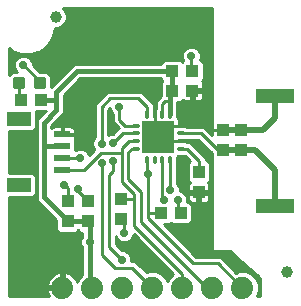
<source format=gtl>
G75*
%MOIN*%
%OFA0B0*%
%FSLAX25Y25*%
%IPPOS*%
%LPD*%
%AMOC8*
5,1,8,0,0,1.08239X$1,22.5*
%
%ADD10R,0.07874X0.04724*%
%ADD11R,0.05315X0.02362*%
%ADD12R,0.04331X0.03937*%
%ADD13R,0.03937X0.04331*%
%ADD14C,0.01181*%
%ADD15C,0.07400*%
%ADD16C,0.03937*%
%ADD17R,0.12600X0.05118*%
%ADD18C,0.01378*%
%ADD19R,0.10630X0.10630*%
%ADD20C,0.01000*%
%ADD21C,0.02000*%
%ADD22C,0.02900*%
%ADD23C,0.01500*%
D10*
X0118865Y0118976D03*
X0118865Y0141024D03*
D11*
X0133333Y0135906D03*
X0133333Y0131969D03*
X0133333Y0128031D03*
X0133333Y0124094D03*
D12*
X0166087Y0109700D03*
X0172780Y0109700D03*
X0126180Y0147500D03*
X0119487Y0147500D03*
X0169987Y0150500D03*
X0176680Y0150500D03*
X0176680Y0157000D03*
X0169987Y0157000D03*
D13*
X0186733Y0137346D03*
X0192733Y0137346D03*
X0192733Y0130654D03*
X0186733Y0130654D03*
X0178833Y0123346D03*
X0178833Y0116654D03*
X0152933Y0114246D03*
X0152933Y0107554D03*
X0141933Y0107054D03*
X0135033Y0107054D03*
X0135033Y0113746D03*
X0141933Y0113746D03*
D14*
X0124408Y0151622D02*
X0124408Y0154378D01*
X0127164Y0154378D01*
X0127164Y0151622D01*
X0124408Y0151622D01*
X0124408Y0152744D02*
X0127164Y0152744D01*
X0127164Y0153866D02*
X0124408Y0153866D01*
X0117503Y0154378D02*
X0117503Y0151622D01*
X0117503Y0154378D02*
X0120259Y0154378D01*
X0120259Y0151622D01*
X0117503Y0151622D01*
X0117503Y0152744D02*
X0120259Y0152744D01*
X0120259Y0153866D02*
X0117503Y0153866D01*
D15*
X0133333Y0084840D03*
X0143333Y0084840D03*
X0153333Y0084840D03*
X0163333Y0084840D03*
X0173333Y0084840D03*
X0183333Y0084840D03*
X0193333Y0084840D03*
D16*
X0208333Y0090000D03*
X0131233Y0175100D03*
D17*
X0204333Y0148807D03*
X0204333Y0112193D03*
D18*
X0173576Y0131187D02*
X0172198Y0131187D01*
X0172198Y0133746D02*
X0173576Y0133746D01*
X0173576Y0136306D02*
X0172198Y0136306D01*
X0172198Y0138865D02*
X0173576Y0138865D01*
X0169198Y0141857D02*
X0169198Y0143235D01*
X0166639Y0143235D02*
X0166639Y0141857D01*
X0164080Y0141857D02*
X0164080Y0143235D01*
X0161521Y0143235D02*
X0161521Y0141857D01*
X0158509Y0138865D02*
X0157131Y0138865D01*
X0157131Y0136306D02*
X0158509Y0136306D01*
X0158509Y0133746D02*
X0157131Y0133746D01*
X0157131Y0131187D02*
X0158509Y0131187D01*
X0161521Y0128180D02*
X0161521Y0126802D01*
X0164080Y0126802D02*
X0164080Y0128180D01*
X0166639Y0128180D02*
X0166639Y0126802D01*
X0169198Y0126802D02*
X0169198Y0128180D01*
D19*
X0165359Y0135026D03*
D20*
X0115433Y0114914D02*
X0115433Y0082100D01*
X0128897Y0082100D01*
X0128886Y0082115D01*
X0128514Y0082844D01*
X0128261Y0083622D01*
X0128148Y0084340D01*
X0132833Y0084340D01*
X0132833Y0085340D01*
X0128148Y0085340D01*
X0128261Y0086058D01*
X0128514Y0086836D01*
X0128886Y0087565D01*
X0129367Y0088228D01*
X0129946Y0088806D01*
X0130608Y0089287D01*
X0131337Y0089659D01*
X0132116Y0089912D01*
X0132833Y0090026D01*
X0132833Y0085340D01*
X0133833Y0085340D01*
X0133833Y0090026D01*
X0134551Y0089912D01*
X0135329Y0089659D01*
X0136059Y0089287D01*
X0136721Y0088806D01*
X0137300Y0088228D01*
X0137781Y0087565D01*
X0138152Y0086836D01*
X0138224Y0086616D01*
X0138755Y0087899D01*
X0139983Y0089127D01*
X0139983Y0097995D01*
X0139763Y0098216D01*
X0139283Y0099373D01*
X0139283Y0100627D01*
X0139763Y0101784D01*
X0139983Y0102005D01*
X0139983Y0103188D01*
X0139261Y0103188D01*
X0138483Y0103966D01*
X0137706Y0103188D01*
X0132361Y0103188D01*
X0131365Y0104184D01*
X0131365Y0107257D01*
X0125792Y0112830D01*
X0125103Y0113519D01*
X0124730Y0114420D01*
X0124730Y0131513D01*
X0124730Y0139359D01*
X0124730Y0140334D01*
X0125103Y0141234D01*
X0127700Y0143831D01*
X0124502Y0143831D01*
X0124502Y0137957D01*
X0123506Y0136961D01*
X0115433Y0136961D01*
X0115433Y0123039D01*
X0123506Y0123039D01*
X0124502Y0122043D01*
X0124502Y0115910D01*
X0123506Y0114914D01*
X0115433Y0114914D01*
X0115433Y0113949D02*
X0124925Y0113949D01*
X0124730Y0114948D02*
X0123540Y0114948D01*
X0124502Y0115946D02*
X0124730Y0115946D01*
X0124730Y0116945D02*
X0124502Y0116945D01*
X0124502Y0117943D02*
X0124730Y0117943D01*
X0124730Y0118942D02*
X0124502Y0118942D01*
X0124502Y0119940D02*
X0124730Y0119940D01*
X0124730Y0120939D02*
X0124502Y0120939D01*
X0124502Y0121937D02*
X0124730Y0121937D01*
X0124730Y0122936D02*
X0123609Y0122936D01*
X0124730Y0123934D02*
X0115433Y0123934D01*
X0115433Y0124933D02*
X0124730Y0124933D01*
X0124730Y0125932D02*
X0115433Y0125932D01*
X0115433Y0126930D02*
X0124730Y0126930D01*
X0124730Y0127929D02*
X0115433Y0127929D01*
X0115433Y0128927D02*
X0124730Y0128927D01*
X0124730Y0129926D02*
X0115433Y0129926D01*
X0115433Y0130924D02*
X0124730Y0130924D01*
X0124730Y0131923D02*
X0115433Y0131923D01*
X0115433Y0132921D02*
X0124730Y0132921D01*
X0124730Y0133920D02*
X0115433Y0133920D01*
X0115433Y0134918D02*
X0124730Y0134918D01*
X0124730Y0135917D02*
X0115433Y0135917D01*
X0115433Y0136915D02*
X0124730Y0136915D01*
X0124730Y0137914D02*
X0124458Y0137914D01*
X0124502Y0138912D02*
X0124730Y0138912D01*
X0124730Y0139911D02*
X0124502Y0139911D01*
X0124502Y0140909D02*
X0124968Y0140909D01*
X0124502Y0141908D02*
X0125776Y0141908D01*
X0126775Y0142906D02*
X0124502Y0142906D01*
X0129630Y0138832D02*
X0133410Y0142612D01*
X0133783Y0143513D01*
X0133783Y0149039D01*
X0139295Y0154550D01*
X0166122Y0154550D01*
X0166122Y0154327D01*
X0166699Y0153750D01*
X0166122Y0153173D01*
X0166122Y0148594D01*
X0165439Y0147911D01*
X0164439Y0146911D01*
X0164439Y0144413D01*
X0164250Y0144224D01*
X0164250Y0141841D01*
X0163910Y0141841D01*
X0163910Y0144224D01*
X0163721Y0144413D01*
X0163721Y0145911D01*
X0160721Y0148911D01*
X0159432Y0150200D01*
X0148422Y0150200D01*
X0147133Y0148911D01*
X0144233Y0146011D01*
X0144233Y0135055D01*
X0143763Y0134584D01*
X0143283Y0133427D01*
X0143283Y0132173D01*
X0143763Y0131016D01*
X0144000Y0130778D01*
X0142297Y0129075D01*
X0142004Y0129784D01*
X0141118Y0130670D01*
X0139960Y0131150D01*
X0138707Y0131150D01*
X0137691Y0130729D01*
X0137691Y0133854D01*
X0137391Y0134154D01*
X0137491Y0134527D01*
X0137491Y0135815D01*
X0133424Y0135815D01*
X0133424Y0135996D01*
X0137491Y0135996D01*
X0137491Y0137284D01*
X0137389Y0137666D01*
X0137191Y0138008D01*
X0136912Y0138287D01*
X0136570Y0138484D01*
X0136188Y0138587D01*
X0133424Y0138587D01*
X0133424Y0135996D01*
X0133243Y0135996D01*
X0133243Y0138587D01*
X0130478Y0138587D01*
X0130097Y0138484D01*
X0129755Y0138287D01*
X0129630Y0138162D01*
X0129630Y0138832D01*
X0129710Y0138912D02*
X0144233Y0138912D01*
X0144233Y0137914D02*
X0137245Y0137914D01*
X0137491Y0136915D02*
X0144233Y0136915D01*
X0144233Y0135917D02*
X0133424Y0135917D01*
X0133424Y0136915D02*
X0133243Y0136915D01*
X0133243Y0137914D02*
X0133424Y0137914D01*
X0130709Y0139911D02*
X0144233Y0139911D01*
X0144233Y0140909D02*
X0131707Y0140909D01*
X0132706Y0141908D02*
X0144233Y0141908D01*
X0144233Y0142906D02*
X0133532Y0142906D01*
X0133783Y0143905D02*
X0144233Y0143905D01*
X0144233Y0144903D02*
X0133783Y0144903D01*
X0133783Y0145902D02*
X0144233Y0145902D01*
X0145122Y0146900D02*
X0133783Y0146900D01*
X0133783Y0147899D02*
X0146121Y0147899D01*
X0147119Y0148897D02*
X0133783Y0148897D01*
X0134640Y0149896D02*
X0148118Y0149896D01*
X0149333Y0148000D02*
X0158521Y0148000D01*
X0161521Y0145000D01*
X0161521Y0142546D01*
X0163910Y0142906D02*
X0164250Y0142906D01*
X0164080Y0142546D02*
X0164080Y0136306D01*
X0165359Y0135026D01*
X0169333Y0133746D02*
X0172887Y0133746D01*
X0172174Y0133576D02*
X0172174Y0133917D01*
X0174565Y0133917D01*
X0174754Y0134106D01*
X0178617Y0134106D01*
X0183065Y0129657D01*
X0183065Y0127784D01*
X0183333Y0127516D01*
X0183333Y0097000D01*
X0189333Y0097000D01*
X0190333Y0096000D01*
X0199333Y0088200D01*
X0199333Y0082100D01*
X0198043Y0082100D01*
X0198733Y0083766D01*
X0198733Y0085914D01*
X0197911Y0087899D01*
X0196392Y0089418D01*
X0194407Y0090240D01*
X0192259Y0090240D01*
X0191330Y0089855D01*
X0187273Y0093911D01*
X0185985Y0095200D01*
X0177932Y0095200D01*
X0167100Y0106031D01*
X0168956Y0106031D01*
X0169433Y0106508D01*
X0169910Y0106031D01*
X0175649Y0106031D01*
X0176645Y0107027D01*
X0176645Y0112373D01*
X0175649Y0113368D01*
X0174928Y0113368D01*
X0174930Y0113373D01*
X0174930Y0114627D01*
X0174450Y0115784D01*
X0173564Y0116670D01*
X0172483Y0117118D01*
X0172483Y0118027D01*
X0172004Y0119184D01*
X0171398Y0119790D01*
X0171398Y0125623D01*
X0171587Y0125812D01*
X0171587Y0128506D01*
X0171595Y0128511D01*
X0171875Y0128790D01*
X0171879Y0128798D01*
X0174165Y0128798D01*
X0175956Y0127007D01*
X0175165Y0126216D01*
X0175165Y0120477D01*
X0175783Y0119859D01*
X0175665Y0119740D01*
X0175467Y0119398D01*
X0175365Y0119016D01*
X0175365Y0117138D01*
X0178349Y0117138D01*
X0178349Y0116169D01*
X0179318Y0116169D01*
X0179318Y0117138D01*
X0182302Y0117138D01*
X0182302Y0119016D01*
X0182200Y0119398D01*
X0182002Y0119740D01*
X0181883Y0119859D01*
X0182502Y0120477D01*
X0182502Y0126216D01*
X0181506Y0127212D01*
X0181087Y0127212D01*
X0181087Y0128099D01*
X0179798Y0129387D01*
X0177087Y0132099D01*
X0175798Y0133387D01*
X0174754Y0133387D01*
X0174565Y0133576D01*
X0172174Y0133576D01*
X0174568Y0133920D02*
X0178802Y0133920D01*
X0179801Y0132921D02*
X0176264Y0132921D01*
X0177263Y0131923D02*
X0180799Y0131923D01*
X0181798Y0130924D02*
X0178261Y0130924D01*
X0179260Y0129926D02*
X0182796Y0129926D01*
X0183065Y0128927D02*
X0180258Y0128927D01*
X0181087Y0127929D02*
X0183065Y0127929D01*
X0183333Y0126930D02*
X0181788Y0126930D01*
X0182502Y0125932D02*
X0183333Y0125932D01*
X0183333Y0124933D02*
X0182502Y0124933D01*
X0182502Y0123934D02*
X0183333Y0123934D01*
X0183333Y0122936D02*
X0182502Y0122936D01*
X0182502Y0121937D02*
X0183333Y0121937D01*
X0183333Y0120939D02*
X0182502Y0120939D01*
X0181965Y0119940D02*
X0183333Y0119940D01*
X0183333Y0118942D02*
X0182302Y0118942D01*
X0182302Y0117943D02*
X0183333Y0117943D01*
X0183333Y0116945D02*
X0179318Y0116945D01*
X0179318Y0116169D02*
X0182302Y0116169D01*
X0182302Y0114291D01*
X0182200Y0113909D01*
X0182002Y0113567D01*
X0181723Y0113288D01*
X0181381Y0113090D01*
X0180999Y0112988D01*
X0179318Y0112988D01*
X0179318Y0116169D01*
X0179318Y0115946D02*
X0178349Y0115946D01*
X0178349Y0116169D02*
X0178349Y0112988D01*
X0176667Y0112988D01*
X0176286Y0113090D01*
X0175944Y0113288D01*
X0175665Y0113567D01*
X0175467Y0113909D01*
X0175365Y0114291D01*
X0175365Y0116169D01*
X0178349Y0116169D01*
X0178349Y0116945D02*
X0172901Y0116945D01*
X0172483Y0117943D02*
X0175365Y0117943D01*
X0175365Y0118942D02*
X0172104Y0118942D01*
X0171398Y0119940D02*
X0175701Y0119940D01*
X0175165Y0120939D02*
X0171398Y0120939D01*
X0171398Y0121937D02*
X0175165Y0121937D01*
X0175165Y0122936D02*
X0171398Y0122936D01*
X0171398Y0123934D02*
X0175165Y0123934D01*
X0175165Y0124933D02*
X0171398Y0124933D01*
X0171587Y0125932D02*
X0175165Y0125932D01*
X0175879Y0126930D02*
X0171587Y0126930D01*
X0171587Y0127929D02*
X0175034Y0127929D01*
X0174887Y0131187D02*
X0178887Y0127187D01*
X0178887Y0123400D01*
X0178833Y0123346D01*
X0185180Y0130654D02*
X0179528Y0136306D01*
X0172887Y0136306D01*
X0172174Y0138694D02*
X0172174Y0140538D01*
X0172072Y0140920D01*
X0171875Y0141262D01*
X0171595Y0141541D01*
X0171587Y0141546D01*
X0171587Y0141911D01*
X0171648Y0142058D01*
X0171648Y0146831D01*
X0172856Y0146831D01*
X0173475Y0147450D01*
X0173593Y0147331D01*
X0173935Y0147134D01*
X0174317Y0147031D01*
X0176196Y0147031D01*
X0176196Y0150016D01*
X0177164Y0150016D01*
X0177164Y0150984D01*
X0180345Y0150984D01*
X0180345Y0152666D01*
X0180243Y0153047D01*
X0180045Y0153390D01*
X0179826Y0153609D01*
X0180545Y0154327D01*
X0180545Y0159673D01*
X0179549Y0160668D01*
X0179191Y0160668D01*
X0179483Y0161373D01*
X0179483Y0162627D01*
X0179004Y0163784D01*
X0178118Y0164670D01*
X0176960Y0165150D01*
X0175707Y0165150D01*
X0174549Y0164670D01*
X0173663Y0163784D01*
X0173183Y0162627D01*
X0173183Y0161373D01*
X0173573Y0160432D01*
X0173333Y0160192D01*
X0172856Y0160668D01*
X0167117Y0160668D01*
X0166122Y0159673D01*
X0166122Y0159450D01*
X0137792Y0159450D01*
X0136892Y0159077D01*
X0136203Y0158388D01*
X0136203Y0158388D01*
X0129946Y0152131D01*
X0129455Y0151640D01*
X0129455Y0155327D01*
X0128113Y0156668D01*
X0125776Y0156668D01*
X0123483Y0158961D01*
X0123483Y0159627D01*
X0123004Y0160784D01*
X0122118Y0161670D01*
X0120960Y0162150D01*
X0119707Y0162150D01*
X0118549Y0161670D01*
X0117663Y0160784D01*
X0117183Y0159627D01*
X0117183Y0158373D01*
X0117663Y0157216D01*
X0118210Y0156668D01*
X0116554Y0156668D01*
X0115433Y0155548D01*
X0115433Y0164680D01*
X0116561Y0163734D01*
X0119676Y0162600D01*
X0122991Y0162600D01*
X0126106Y0163734D01*
X0128645Y0165865D01*
X0130303Y0168735D01*
X0130303Y0168735D01*
X0130778Y0171431D01*
X0131963Y0171431D01*
X0133311Y0171990D01*
X0134343Y0173022D01*
X0134902Y0174370D01*
X0134902Y0175830D01*
X0134343Y0177178D01*
X0133621Y0177900D01*
X0183333Y0177900D01*
X0183333Y0139965D01*
X0183265Y0139709D01*
X0183265Y0137831D01*
X0183333Y0137831D01*
X0183333Y0136862D01*
X0183265Y0136862D01*
X0183265Y0135680D01*
X0180439Y0138505D01*
X0178617Y0138505D01*
X0174754Y0138505D01*
X0174565Y0138694D01*
X0172174Y0138694D01*
X0172174Y0138912D02*
X0183265Y0138912D01*
X0183265Y0137914D02*
X0181031Y0137914D01*
X0180469Y0138865D02*
X0181987Y0137346D01*
X0186733Y0137346D01*
X0183333Y0136915D02*
X0182029Y0136915D01*
X0183028Y0135917D02*
X0183265Y0135917D01*
X0180469Y0138865D02*
X0172887Y0138865D01*
X0169333Y0138865D01*
X0172174Y0139911D02*
X0183319Y0139911D01*
X0183333Y0140909D02*
X0172075Y0140909D01*
X0171587Y0141908D02*
X0183333Y0141908D01*
X0183333Y0142906D02*
X0171648Y0142906D01*
X0171648Y0143905D02*
X0183333Y0143905D01*
X0183333Y0144903D02*
X0171648Y0144903D01*
X0171648Y0145902D02*
X0183333Y0145902D01*
X0183333Y0146900D02*
X0172925Y0146900D01*
X0176196Y0147899D02*
X0177164Y0147899D01*
X0177164Y0147031D02*
X0179043Y0147031D01*
X0179424Y0147134D01*
X0179766Y0147331D01*
X0180045Y0147610D01*
X0180243Y0147953D01*
X0180345Y0148334D01*
X0180345Y0150016D01*
X0177164Y0150016D01*
X0177164Y0147031D01*
X0177164Y0148897D02*
X0176196Y0148897D01*
X0176196Y0149896D02*
X0177164Y0149896D01*
X0177164Y0150894D02*
X0183333Y0150894D01*
X0183333Y0149896D02*
X0180345Y0149896D01*
X0180345Y0148897D02*
X0183333Y0148897D01*
X0183333Y0147899D02*
X0180212Y0147899D01*
X0180345Y0151893D02*
X0183333Y0151893D01*
X0183333Y0152891D02*
X0180285Y0152891D01*
X0180108Y0153890D02*
X0183333Y0153890D01*
X0183333Y0154888D02*
X0180545Y0154888D01*
X0180545Y0155887D02*
X0183333Y0155887D01*
X0183333Y0156885D02*
X0180545Y0156885D01*
X0180545Y0157884D02*
X0183333Y0157884D01*
X0183333Y0158882D02*
X0180545Y0158882D01*
X0180337Y0159881D02*
X0183333Y0159881D01*
X0183333Y0160879D02*
X0179279Y0160879D01*
X0179483Y0161878D02*
X0183333Y0161878D01*
X0183333Y0162876D02*
X0179380Y0162876D01*
X0178913Y0163875D02*
X0183333Y0163875D01*
X0183333Y0164873D02*
X0177628Y0164873D01*
X0175039Y0164873D02*
X0127464Y0164873D01*
X0128645Y0165865D02*
X0128645Y0165865D01*
X0128645Y0165865D01*
X0128649Y0165872D02*
X0183333Y0165872D01*
X0183333Y0166870D02*
X0129226Y0166870D01*
X0129802Y0167869D02*
X0183333Y0167869D01*
X0183333Y0168868D02*
X0130326Y0168868D01*
X0130502Y0169866D02*
X0183333Y0169866D01*
X0183333Y0170865D02*
X0130678Y0170865D01*
X0133005Y0171863D02*
X0183333Y0171863D01*
X0183333Y0172862D02*
X0134183Y0172862D01*
X0134690Y0173860D02*
X0183333Y0173860D01*
X0183333Y0174859D02*
X0134902Y0174859D01*
X0134890Y0175857D02*
X0183333Y0175857D01*
X0183333Y0176856D02*
X0134477Y0176856D01*
X0133667Y0177854D02*
X0183333Y0177854D01*
X0173754Y0163875D02*
X0126274Y0163875D01*
X0126106Y0163734D02*
X0126106Y0163734D01*
X0123750Y0162876D02*
X0173287Y0162876D01*
X0173183Y0161878D02*
X0121617Y0161878D01*
X0122909Y0160879D02*
X0173388Y0160879D01*
X0176333Y0162000D02*
X0176333Y0157346D01*
X0176680Y0157000D01*
X0166559Y0153890D02*
X0138634Y0153890D01*
X0137636Y0152891D02*
X0166122Y0152891D01*
X0166122Y0151893D02*
X0136637Y0151893D01*
X0135639Y0150894D02*
X0166122Y0150894D01*
X0166122Y0149896D02*
X0159736Y0149896D01*
X0160735Y0148897D02*
X0166122Y0148897D01*
X0165426Y0147899D02*
X0161733Y0147899D01*
X0162732Y0146900D02*
X0164439Y0146900D01*
X0164439Y0145902D02*
X0163721Y0145902D01*
X0163721Y0144903D02*
X0164439Y0144903D01*
X0164250Y0143905D02*
X0163910Y0143905D01*
X0163910Y0141908D02*
X0164250Y0141908D01*
X0166639Y0142546D02*
X0166639Y0146000D01*
X0167639Y0147000D01*
X0169198Y0147000D01*
X0157820Y0138865D02*
X0154333Y0138865D01*
X0152333Y0140865D01*
X0152333Y0145000D01*
X0150133Y0142745D02*
X0149663Y0143216D01*
X0149183Y0144373D01*
X0149183Y0144739D01*
X0148633Y0144189D01*
X0148633Y0135788D01*
X0149507Y0136150D01*
X0150172Y0136150D01*
X0151239Y0137217D01*
X0152054Y0138032D01*
X0151422Y0138665D01*
X0150133Y0139953D01*
X0150133Y0142745D01*
X0149972Y0142906D02*
X0148633Y0142906D01*
X0148633Y0141908D02*
X0150133Y0141908D01*
X0150133Y0140909D02*
X0148633Y0140909D01*
X0148633Y0139911D02*
X0150176Y0139911D01*
X0151174Y0138912D02*
X0148633Y0138912D01*
X0148633Y0137914D02*
X0151936Y0137914D01*
X0150937Y0136915D02*
X0148633Y0136915D01*
X0148633Y0135917D02*
X0148943Y0135917D01*
X0150133Y0133000D02*
X0153439Y0136306D01*
X0157820Y0136306D01*
X0157820Y0133746D02*
X0155580Y0133746D01*
X0153333Y0131500D01*
X0153333Y0129800D01*
X0153333Y0120000D01*
X0157333Y0116000D01*
X0157333Y0114500D01*
X0153187Y0114500D01*
X0152933Y0114246D01*
X0157333Y0114500D02*
X0157333Y0105400D01*
X0173333Y0089400D01*
X0173333Y0084840D01*
X0168333Y0086880D02*
X0167911Y0087899D01*
X0166392Y0089418D01*
X0164407Y0090240D01*
X0162259Y0090240D01*
X0161400Y0089884D01*
X0158873Y0092411D01*
X0157585Y0093700D01*
X0156283Y0093700D01*
X0156283Y0094827D01*
X0155804Y0095984D01*
X0154918Y0096870D01*
X0153760Y0097350D01*
X0153095Y0097350D01*
X0151033Y0099411D01*
X0151033Y0101970D01*
X0151263Y0101416D01*
X0152149Y0100530D01*
X0153307Y0100050D01*
X0154560Y0100050D01*
X0155718Y0100530D01*
X0156604Y0101416D01*
X0157073Y0102549D01*
X0170239Y0089383D01*
X0168755Y0087899D01*
X0168333Y0086880D01*
X0168288Y0086990D02*
X0168379Y0086990D01*
X0168845Y0087988D02*
X0167822Y0087988D01*
X0166823Y0088987D02*
X0169843Y0088987D01*
X0169637Y0089985D02*
X0165023Y0089985D01*
X0167640Y0091982D02*
X0159302Y0091982D01*
X0158304Y0092981D02*
X0166641Y0092981D01*
X0165643Y0093979D02*
X0156283Y0093979D01*
X0156221Y0094978D02*
X0164644Y0094978D01*
X0163646Y0095976D02*
X0155807Y0095976D01*
X0154666Y0096975D02*
X0162647Y0096975D01*
X0161649Y0097973D02*
X0152471Y0097973D01*
X0151473Y0098972D02*
X0160650Y0098972D01*
X0159652Y0099970D02*
X0151033Y0099970D01*
X0151033Y0100969D02*
X0151710Y0100969D01*
X0151033Y0101967D02*
X0151034Y0101967D01*
X0153933Y0103200D02*
X0153933Y0106554D01*
X0152933Y0107554D01*
X0159633Y0106800D02*
X0159633Y0116700D01*
X0155233Y0121100D01*
X0155233Y0130000D01*
X0156421Y0131187D01*
X0157820Y0131187D01*
X0153333Y0129800D02*
X0146133Y0129800D01*
X0140428Y0124094D01*
X0133333Y0124094D01*
X0133333Y0128031D02*
X0139302Y0128031D01*
X0139333Y0128000D01*
X0141863Y0129926D02*
X0143148Y0129926D01*
X0143854Y0130924D02*
X0140505Y0130924D01*
X0138161Y0130924D02*
X0137691Y0130924D01*
X0137691Y0131923D02*
X0143387Y0131923D01*
X0143283Y0132921D02*
X0137691Y0132921D01*
X0137625Y0133920D02*
X0143488Y0133920D01*
X0144097Y0134918D02*
X0137491Y0134918D01*
X0146433Y0132800D02*
X0146433Y0145100D01*
X0149333Y0148000D01*
X0149377Y0143905D02*
X0148633Y0143905D01*
X0132703Y0154888D02*
X0129455Y0154888D01*
X0129455Y0153890D02*
X0131705Y0153890D01*
X0130706Y0152891D02*
X0129455Y0152891D01*
X0129455Y0151893D02*
X0129708Y0151893D01*
X0125786Y0153000D02*
X0125786Y0153547D01*
X0120333Y0159000D01*
X0117386Y0157884D02*
X0115433Y0157884D01*
X0115433Y0158882D02*
X0117183Y0158882D01*
X0117289Y0159881D02*
X0115433Y0159881D01*
X0115433Y0160879D02*
X0117758Y0160879D01*
X0119050Y0161878D02*
X0115433Y0161878D01*
X0115433Y0162876D02*
X0118916Y0162876D01*
X0116561Y0163734D02*
X0116561Y0163734D01*
X0116393Y0163875D02*
X0115433Y0163875D01*
X0123378Y0159881D02*
X0166330Y0159881D01*
X0136697Y0158882D02*
X0123562Y0158882D01*
X0124561Y0157884D02*
X0135699Y0157884D01*
X0134700Y0156885D02*
X0125559Y0156885D01*
X0128894Y0155887D02*
X0133702Y0155887D01*
X0118881Y0153000D02*
X0118881Y0148106D01*
X0119487Y0147500D01*
X0115772Y0155887D02*
X0115433Y0155887D01*
X0115433Y0156885D02*
X0117993Y0156885D01*
X0150133Y0127100D02*
X0150133Y0123800D01*
X0148833Y0122500D01*
X0148833Y0098500D01*
X0153133Y0094200D01*
X0150833Y0091500D02*
X0146533Y0095800D01*
X0146533Y0126400D01*
X0138633Y0117600D02*
X0138633Y0117046D01*
X0141933Y0113746D01*
X0135033Y0113746D02*
X0135033Y0118000D01*
X0134033Y0119000D01*
X0133833Y0119000D01*
X0125671Y0112951D02*
X0115433Y0112951D01*
X0115433Y0111952D02*
X0126670Y0111952D01*
X0127668Y0110954D02*
X0115433Y0110954D01*
X0115433Y0109955D02*
X0128667Y0109955D01*
X0129665Y0108957D02*
X0115433Y0108957D01*
X0115433Y0107958D02*
X0130664Y0107958D01*
X0131365Y0106960D02*
X0115433Y0106960D01*
X0115433Y0105961D02*
X0131365Y0105961D01*
X0131365Y0104963D02*
X0115433Y0104963D01*
X0115433Y0103964D02*
X0131585Y0103964D01*
X0138482Y0103964D02*
X0138485Y0103964D01*
X0139983Y0102966D02*
X0115433Y0102966D01*
X0115433Y0101967D02*
X0139946Y0101967D01*
X0139425Y0100969D02*
X0115433Y0100969D01*
X0115433Y0099970D02*
X0139283Y0099970D01*
X0139450Y0098972D02*
X0115433Y0098972D01*
X0115433Y0097973D02*
X0139983Y0097973D01*
X0139983Y0096975D02*
X0115433Y0096975D01*
X0115433Y0095976D02*
X0139983Y0095976D01*
X0139983Y0094978D02*
X0115433Y0094978D01*
X0115433Y0093979D02*
X0139983Y0093979D01*
X0139983Y0092981D02*
X0115433Y0092981D01*
X0115433Y0091982D02*
X0139983Y0091982D01*
X0139983Y0090984D02*
X0115433Y0090984D01*
X0115433Y0089985D02*
X0132578Y0089985D01*
X0132833Y0089985D02*
X0133833Y0089985D01*
X0134089Y0089985D02*
X0139983Y0089985D01*
X0139843Y0088987D02*
X0136473Y0088987D01*
X0137474Y0087988D02*
X0138845Y0087988D01*
X0138379Y0086990D02*
X0138074Y0086990D01*
X0133833Y0086990D02*
X0132833Y0086990D01*
X0132833Y0087988D02*
X0133833Y0087988D01*
X0133833Y0088987D02*
X0132833Y0088987D01*
X0130194Y0088987D02*
X0115433Y0088987D01*
X0115433Y0087988D02*
X0129193Y0087988D01*
X0128593Y0086990D02*
X0115433Y0086990D01*
X0115433Y0085991D02*
X0128251Y0085991D01*
X0128202Y0083994D02*
X0115433Y0083994D01*
X0115433Y0082996D02*
X0128465Y0082996D01*
X0132833Y0084993D02*
X0115433Y0084993D01*
X0132833Y0085991D02*
X0133833Y0085991D01*
X0150833Y0091500D02*
X0156673Y0091500D01*
X0163333Y0084840D01*
X0161644Y0089985D02*
X0161299Y0089985D01*
X0160301Y0090984D02*
X0168638Y0090984D01*
X0177021Y0093000D02*
X0162021Y0108000D01*
X0162021Y0109700D01*
X0162121Y0109700D01*
X0166087Y0109700D01*
X0162021Y0109700D02*
X0161921Y0109700D01*
X0161921Y0122800D01*
X0161521Y0123200D01*
X0161521Y0127491D01*
X0166639Y0127491D02*
X0166639Y0113506D01*
X0167033Y0113900D01*
X0171780Y0114000D02*
X0171780Y0110700D01*
X0172780Y0109700D01*
X0176645Y0109955D02*
X0183333Y0109955D01*
X0183333Y0108957D02*
X0176645Y0108957D01*
X0176645Y0107958D02*
X0183333Y0107958D01*
X0183333Y0106960D02*
X0176578Y0106960D01*
X0176645Y0110954D02*
X0183333Y0110954D01*
X0183333Y0111952D02*
X0176645Y0111952D01*
X0176067Y0112951D02*
X0183333Y0112951D01*
X0183333Y0113949D02*
X0182210Y0113949D01*
X0182302Y0114948D02*
X0183333Y0114948D01*
X0183333Y0115946D02*
X0182302Y0115946D01*
X0179318Y0114948D02*
X0178349Y0114948D01*
X0178349Y0113949D02*
X0179318Y0113949D01*
X0175456Y0113949D02*
X0174930Y0113949D01*
X0174797Y0114948D02*
X0175365Y0114948D01*
X0175365Y0115946D02*
X0174288Y0115946D01*
X0169333Y0117400D02*
X0169198Y0117535D01*
X0169198Y0127491D01*
X0172887Y0131187D02*
X0174887Y0131187D01*
X0185180Y0130654D02*
X0186733Y0130654D01*
X0159633Y0106800D02*
X0181593Y0084840D01*
X0183333Y0084840D01*
X0185073Y0093000D02*
X0193233Y0084840D01*
X0193333Y0084840D01*
X0198288Y0086990D02*
X0199333Y0086990D01*
X0199333Y0087988D02*
X0197822Y0087988D01*
X0198426Y0088987D02*
X0196823Y0088987D01*
X0197274Y0089985D02*
X0195023Y0089985D01*
X0196121Y0090984D02*
X0190201Y0090984D01*
X0189202Y0091982D02*
X0194969Y0091982D01*
X0193817Y0092981D02*
X0188204Y0092981D01*
X0187205Y0093979D02*
X0192665Y0093979D01*
X0191513Y0094978D02*
X0186207Y0094978D01*
X0185073Y0093000D02*
X0177021Y0093000D01*
X0177156Y0095976D02*
X0190361Y0095976D01*
X0189359Y0096975D02*
X0176157Y0096975D01*
X0175159Y0097973D02*
X0183333Y0097973D01*
X0183333Y0098972D02*
X0174160Y0098972D01*
X0173162Y0099970D02*
X0183333Y0099970D01*
X0183333Y0100969D02*
X0172163Y0100969D01*
X0171165Y0101967D02*
X0183333Y0101967D01*
X0183333Y0102966D02*
X0170166Y0102966D01*
X0169168Y0103964D02*
X0183333Y0103964D01*
X0183333Y0104963D02*
X0168169Y0104963D01*
X0167171Y0105961D02*
X0183333Y0105961D01*
X0191199Y0089985D02*
X0191644Y0089985D01*
X0198701Y0085991D02*
X0199333Y0085991D01*
X0199333Y0084993D02*
X0198733Y0084993D01*
X0198733Y0083994D02*
X0199333Y0083994D01*
X0199333Y0082996D02*
X0198414Y0082996D01*
X0158653Y0100969D02*
X0156157Y0100969D01*
X0156832Y0101967D02*
X0157655Y0101967D01*
D21*
X0204333Y0112193D02*
X0204333Y0124000D01*
X0197680Y0130654D01*
X0192733Y0130654D01*
X0186733Y0130654D01*
X0186733Y0137346D02*
X0192733Y0137346D01*
X0200333Y0137346D01*
X0204333Y0141346D01*
X0204333Y0148807D01*
D22*
X0178333Y0143000D03*
X0178333Y0132000D03*
X0173333Y0122000D03*
X0169333Y0117400D03*
X0167033Y0113900D03*
X0171780Y0114000D03*
X0179333Y0109000D03*
X0162933Y0095700D03*
X0153133Y0094200D03*
X0153933Y0103200D03*
X0142433Y0100000D03*
X0138633Y0117600D03*
X0133833Y0119000D03*
X0139333Y0128000D03*
X0146533Y0126400D03*
X0150133Y0127100D03*
X0146433Y0132800D03*
X0150133Y0133000D03*
X0149933Y0137700D03*
X0152333Y0145000D03*
X0163333Y0149000D03*
X0139333Y0136000D03*
X0136333Y0140900D03*
X0161921Y0122800D03*
X0130333Y0158000D03*
X0120333Y0159000D03*
X0176333Y0162000D03*
D23*
X0169987Y0157000D02*
X0138280Y0157000D01*
X0131333Y0150054D01*
X0131333Y0147000D01*
X0130833Y0147500D01*
X0126180Y0147500D01*
X0131333Y0147000D02*
X0131333Y0144000D01*
X0127180Y0139846D01*
X0127180Y0132000D01*
X0127211Y0131969D01*
X0133333Y0131969D01*
X0127180Y0132000D02*
X0127180Y0114907D01*
X0135033Y0107054D01*
X0141933Y0107054D01*
X0142433Y0106554D01*
X0142433Y0100000D01*
X0142433Y0085740D01*
X0143333Y0084840D01*
X0169198Y0142546D02*
X0169198Y0147000D01*
X0169198Y0149711D01*
X0169987Y0150500D01*
X0169987Y0157000D01*
M02*

</source>
